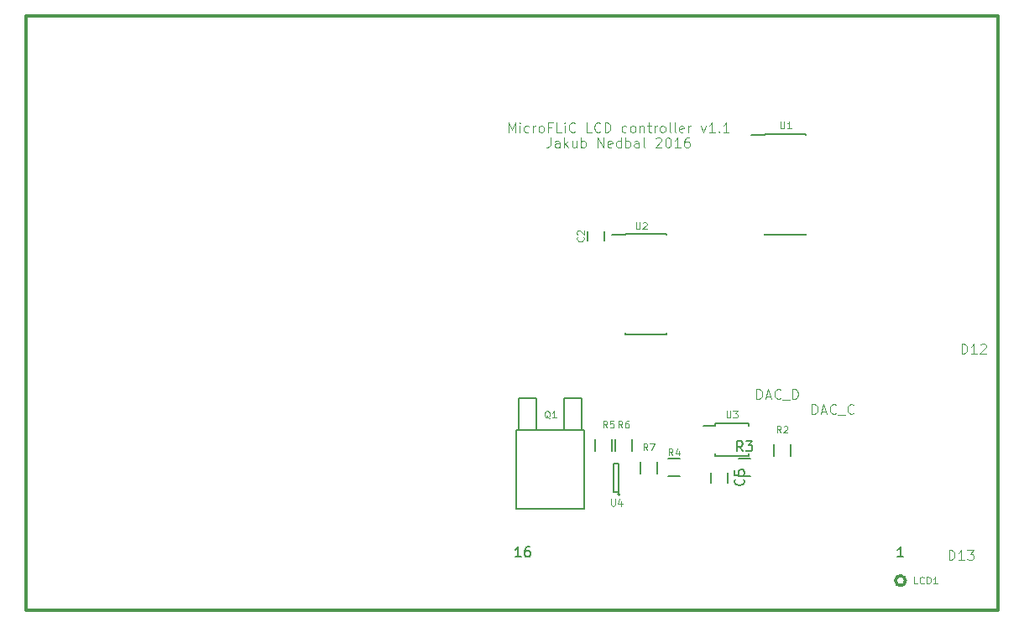
<source format=gto>
G04 #@! TF.FileFunction,Legend,Top*
%FSLAX46Y46*%
G04 Gerber Fmt 4.6, Leading zero omitted, Abs format (unit mm)*
G04 Created by KiCad (PCBNEW 4.0.2-4+6225~38~ubuntu14.04.1-stable) date Fri 18 Mar 2016 13:27:36 GMT*
%MOMM*%
G01*
G04 APERTURE LIST*
%ADD10C,0.100000*%
%ADD11C,0.120000*%
%ADD12C,0.150000*%
%ADD13C,0.350000*%
%ADD14C,0.110000*%
G04 APERTURE END LIST*
D10*
D11*
X128833714Y-134564381D02*
X128833714Y-133564381D01*
X129071809Y-133564381D01*
X129214667Y-133612000D01*
X129309905Y-133707238D01*
X129357524Y-133802476D01*
X129405143Y-133992952D01*
X129405143Y-134135810D01*
X129357524Y-134326286D01*
X129309905Y-134421524D01*
X129214667Y-134516762D01*
X129071809Y-134564381D01*
X128833714Y-134564381D01*
X130357524Y-134564381D02*
X129786095Y-134564381D01*
X130071809Y-134564381D02*
X130071809Y-133564381D01*
X129976571Y-133707238D01*
X129881333Y-133802476D01*
X129786095Y-133850095D01*
X130738476Y-133659619D02*
X130786095Y-133612000D01*
X130881333Y-133564381D01*
X131119429Y-133564381D01*
X131214667Y-133612000D01*
X131262286Y-133659619D01*
X131309905Y-133754857D01*
X131309905Y-133850095D01*
X131262286Y-133992952D01*
X130690857Y-134564381D01*
X131309905Y-134564381D01*
X127563714Y-155392381D02*
X127563714Y-154392381D01*
X127801809Y-154392381D01*
X127944667Y-154440000D01*
X128039905Y-154535238D01*
X128087524Y-154630476D01*
X128135143Y-154820952D01*
X128135143Y-154963810D01*
X128087524Y-155154286D01*
X128039905Y-155249524D01*
X127944667Y-155344762D01*
X127801809Y-155392381D01*
X127563714Y-155392381D01*
X129087524Y-155392381D02*
X128516095Y-155392381D01*
X128801809Y-155392381D02*
X128801809Y-154392381D01*
X128706571Y-154535238D01*
X128611333Y-154630476D01*
X128516095Y-154678095D01*
X129420857Y-154392381D02*
X130039905Y-154392381D01*
X129706571Y-154773333D01*
X129849429Y-154773333D01*
X129944667Y-154820952D01*
X129992286Y-154868571D01*
X130039905Y-154963810D01*
X130039905Y-155201905D01*
X129992286Y-155297143D01*
X129944667Y-155344762D01*
X129849429Y-155392381D01*
X129563714Y-155392381D01*
X129468476Y-155344762D01*
X129420857Y-155297143D01*
X83138760Y-112214381D02*
X83138760Y-111214381D01*
X83472094Y-111928667D01*
X83805427Y-111214381D01*
X83805427Y-112214381D01*
X84281617Y-112214381D02*
X84281617Y-111547714D01*
X84281617Y-111214381D02*
X84233998Y-111262000D01*
X84281617Y-111309619D01*
X84329236Y-111262000D01*
X84281617Y-111214381D01*
X84281617Y-111309619D01*
X85186379Y-112166762D02*
X85091141Y-112214381D01*
X84900664Y-112214381D01*
X84805426Y-112166762D01*
X84757807Y-112119143D01*
X84710188Y-112023905D01*
X84710188Y-111738190D01*
X84757807Y-111642952D01*
X84805426Y-111595333D01*
X84900664Y-111547714D01*
X85091141Y-111547714D01*
X85186379Y-111595333D01*
X85614950Y-112214381D02*
X85614950Y-111547714D01*
X85614950Y-111738190D02*
X85662569Y-111642952D01*
X85710188Y-111595333D01*
X85805426Y-111547714D01*
X85900665Y-111547714D01*
X86376855Y-112214381D02*
X86281617Y-112166762D01*
X86233998Y-112119143D01*
X86186379Y-112023905D01*
X86186379Y-111738190D01*
X86233998Y-111642952D01*
X86281617Y-111595333D01*
X86376855Y-111547714D01*
X86519713Y-111547714D01*
X86614951Y-111595333D01*
X86662570Y-111642952D01*
X86710189Y-111738190D01*
X86710189Y-112023905D01*
X86662570Y-112119143D01*
X86614951Y-112166762D01*
X86519713Y-112214381D01*
X86376855Y-112214381D01*
X87472094Y-111690571D02*
X87138760Y-111690571D01*
X87138760Y-112214381D02*
X87138760Y-111214381D01*
X87614951Y-111214381D01*
X88472094Y-112214381D02*
X87995903Y-112214381D01*
X87995903Y-111214381D01*
X88805427Y-112214381D02*
X88805427Y-111547714D01*
X88805427Y-111214381D02*
X88757808Y-111262000D01*
X88805427Y-111309619D01*
X88853046Y-111262000D01*
X88805427Y-111214381D01*
X88805427Y-111309619D01*
X89853046Y-112119143D02*
X89805427Y-112166762D01*
X89662570Y-112214381D01*
X89567332Y-112214381D01*
X89424474Y-112166762D01*
X89329236Y-112071524D01*
X89281617Y-111976286D01*
X89233998Y-111785810D01*
X89233998Y-111642952D01*
X89281617Y-111452476D01*
X89329236Y-111357238D01*
X89424474Y-111262000D01*
X89567332Y-111214381D01*
X89662570Y-111214381D01*
X89805427Y-111262000D01*
X89853046Y-111309619D01*
X91519713Y-112214381D02*
X91043522Y-112214381D01*
X91043522Y-111214381D01*
X92424475Y-112119143D02*
X92376856Y-112166762D01*
X92233999Y-112214381D01*
X92138761Y-112214381D01*
X91995903Y-112166762D01*
X91900665Y-112071524D01*
X91853046Y-111976286D01*
X91805427Y-111785810D01*
X91805427Y-111642952D01*
X91853046Y-111452476D01*
X91900665Y-111357238D01*
X91995903Y-111262000D01*
X92138761Y-111214381D01*
X92233999Y-111214381D01*
X92376856Y-111262000D01*
X92424475Y-111309619D01*
X92853046Y-112214381D02*
X92853046Y-111214381D01*
X93091141Y-111214381D01*
X93233999Y-111262000D01*
X93329237Y-111357238D01*
X93376856Y-111452476D01*
X93424475Y-111642952D01*
X93424475Y-111785810D01*
X93376856Y-111976286D01*
X93329237Y-112071524D01*
X93233999Y-112166762D01*
X93091141Y-112214381D01*
X92853046Y-112214381D01*
X95043523Y-112166762D02*
X94948285Y-112214381D01*
X94757808Y-112214381D01*
X94662570Y-112166762D01*
X94614951Y-112119143D01*
X94567332Y-112023905D01*
X94567332Y-111738190D01*
X94614951Y-111642952D01*
X94662570Y-111595333D01*
X94757808Y-111547714D01*
X94948285Y-111547714D01*
X95043523Y-111595333D01*
X95614951Y-112214381D02*
X95519713Y-112166762D01*
X95472094Y-112119143D01*
X95424475Y-112023905D01*
X95424475Y-111738190D01*
X95472094Y-111642952D01*
X95519713Y-111595333D01*
X95614951Y-111547714D01*
X95757809Y-111547714D01*
X95853047Y-111595333D01*
X95900666Y-111642952D01*
X95948285Y-111738190D01*
X95948285Y-112023905D01*
X95900666Y-112119143D01*
X95853047Y-112166762D01*
X95757809Y-112214381D01*
X95614951Y-112214381D01*
X96376856Y-111547714D02*
X96376856Y-112214381D01*
X96376856Y-111642952D02*
X96424475Y-111595333D01*
X96519713Y-111547714D01*
X96662571Y-111547714D01*
X96757809Y-111595333D01*
X96805428Y-111690571D01*
X96805428Y-112214381D01*
X97138761Y-111547714D02*
X97519713Y-111547714D01*
X97281618Y-111214381D02*
X97281618Y-112071524D01*
X97329237Y-112166762D01*
X97424475Y-112214381D01*
X97519713Y-112214381D01*
X97853047Y-112214381D02*
X97853047Y-111547714D01*
X97853047Y-111738190D02*
X97900666Y-111642952D01*
X97948285Y-111595333D01*
X98043523Y-111547714D01*
X98138762Y-111547714D01*
X98614952Y-112214381D02*
X98519714Y-112166762D01*
X98472095Y-112119143D01*
X98424476Y-112023905D01*
X98424476Y-111738190D01*
X98472095Y-111642952D01*
X98519714Y-111595333D01*
X98614952Y-111547714D01*
X98757810Y-111547714D01*
X98853048Y-111595333D01*
X98900667Y-111642952D01*
X98948286Y-111738190D01*
X98948286Y-112023905D01*
X98900667Y-112119143D01*
X98853048Y-112166762D01*
X98757810Y-112214381D01*
X98614952Y-112214381D01*
X99519714Y-112214381D02*
X99424476Y-112166762D01*
X99376857Y-112071524D01*
X99376857Y-111214381D01*
X100043524Y-112214381D02*
X99948286Y-112166762D01*
X99900667Y-112071524D01*
X99900667Y-111214381D01*
X100805430Y-112166762D02*
X100710192Y-112214381D01*
X100519715Y-112214381D01*
X100424477Y-112166762D01*
X100376858Y-112071524D01*
X100376858Y-111690571D01*
X100424477Y-111595333D01*
X100519715Y-111547714D01*
X100710192Y-111547714D01*
X100805430Y-111595333D01*
X100853049Y-111690571D01*
X100853049Y-111785810D01*
X100376858Y-111881048D01*
X101281620Y-112214381D02*
X101281620Y-111547714D01*
X101281620Y-111738190D02*
X101329239Y-111642952D01*
X101376858Y-111595333D01*
X101472096Y-111547714D01*
X101567335Y-111547714D01*
X102567335Y-111547714D02*
X102805430Y-112214381D01*
X103043526Y-111547714D01*
X103948288Y-112214381D02*
X103376859Y-112214381D01*
X103662573Y-112214381D02*
X103662573Y-111214381D01*
X103567335Y-111357238D01*
X103472097Y-111452476D01*
X103376859Y-111500095D01*
X104376859Y-112119143D02*
X104424478Y-112166762D01*
X104376859Y-112214381D01*
X104329240Y-112166762D01*
X104376859Y-112119143D01*
X104376859Y-112214381D01*
X105376859Y-112214381D02*
X104805430Y-112214381D01*
X105091144Y-112214381D02*
X105091144Y-111214381D01*
X104995906Y-111357238D01*
X104900668Y-111452476D01*
X104805430Y-111500095D01*
X87376857Y-112734381D02*
X87376857Y-113448667D01*
X87329237Y-113591524D01*
X87233999Y-113686762D01*
X87091142Y-113734381D01*
X86995904Y-113734381D01*
X88281619Y-113734381D02*
X88281619Y-113210571D01*
X88234000Y-113115333D01*
X88138762Y-113067714D01*
X87948285Y-113067714D01*
X87853047Y-113115333D01*
X88281619Y-113686762D02*
X88186381Y-113734381D01*
X87948285Y-113734381D01*
X87853047Y-113686762D01*
X87805428Y-113591524D01*
X87805428Y-113496286D01*
X87853047Y-113401048D01*
X87948285Y-113353429D01*
X88186381Y-113353429D01*
X88281619Y-113305810D01*
X88757809Y-113734381D02*
X88757809Y-112734381D01*
X88853047Y-113353429D02*
X89138762Y-113734381D01*
X89138762Y-113067714D02*
X88757809Y-113448667D01*
X89995905Y-113067714D02*
X89995905Y-113734381D01*
X89567333Y-113067714D02*
X89567333Y-113591524D01*
X89614952Y-113686762D01*
X89710190Y-113734381D01*
X89853048Y-113734381D01*
X89948286Y-113686762D01*
X89995905Y-113639143D01*
X90472095Y-113734381D02*
X90472095Y-112734381D01*
X90472095Y-113115333D02*
X90567333Y-113067714D01*
X90757810Y-113067714D01*
X90853048Y-113115333D01*
X90900667Y-113162952D01*
X90948286Y-113258190D01*
X90948286Y-113543905D01*
X90900667Y-113639143D01*
X90853048Y-113686762D01*
X90757810Y-113734381D01*
X90567333Y-113734381D01*
X90472095Y-113686762D01*
X92138762Y-113734381D02*
X92138762Y-112734381D01*
X92710191Y-113734381D01*
X92710191Y-112734381D01*
X93567334Y-113686762D02*
X93472096Y-113734381D01*
X93281619Y-113734381D01*
X93186381Y-113686762D01*
X93138762Y-113591524D01*
X93138762Y-113210571D01*
X93186381Y-113115333D01*
X93281619Y-113067714D01*
X93472096Y-113067714D01*
X93567334Y-113115333D01*
X93614953Y-113210571D01*
X93614953Y-113305810D01*
X93138762Y-113401048D01*
X94472096Y-113734381D02*
X94472096Y-112734381D01*
X94472096Y-113686762D02*
X94376858Y-113734381D01*
X94186381Y-113734381D01*
X94091143Y-113686762D01*
X94043524Y-113639143D01*
X93995905Y-113543905D01*
X93995905Y-113258190D01*
X94043524Y-113162952D01*
X94091143Y-113115333D01*
X94186381Y-113067714D01*
X94376858Y-113067714D01*
X94472096Y-113115333D01*
X94948286Y-113734381D02*
X94948286Y-112734381D01*
X94948286Y-113115333D02*
X95043524Y-113067714D01*
X95234001Y-113067714D01*
X95329239Y-113115333D01*
X95376858Y-113162952D01*
X95424477Y-113258190D01*
X95424477Y-113543905D01*
X95376858Y-113639143D01*
X95329239Y-113686762D01*
X95234001Y-113734381D01*
X95043524Y-113734381D01*
X94948286Y-113686762D01*
X96281620Y-113734381D02*
X96281620Y-113210571D01*
X96234001Y-113115333D01*
X96138763Y-113067714D01*
X95948286Y-113067714D01*
X95853048Y-113115333D01*
X96281620Y-113686762D02*
X96186382Y-113734381D01*
X95948286Y-113734381D01*
X95853048Y-113686762D01*
X95805429Y-113591524D01*
X95805429Y-113496286D01*
X95853048Y-113401048D01*
X95948286Y-113353429D01*
X96186382Y-113353429D01*
X96281620Y-113305810D01*
X96900667Y-113734381D02*
X96805429Y-113686762D01*
X96757810Y-113591524D01*
X96757810Y-112734381D01*
X97995906Y-112829619D02*
X98043525Y-112782000D01*
X98138763Y-112734381D01*
X98376859Y-112734381D01*
X98472097Y-112782000D01*
X98519716Y-112829619D01*
X98567335Y-112924857D01*
X98567335Y-113020095D01*
X98519716Y-113162952D01*
X97948287Y-113734381D01*
X98567335Y-113734381D01*
X99186382Y-112734381D02*
X99281621Y-112734381D01*
X99376859Y-112782000D01*
X99424478Y-112829619D01*
X99472097Y-112924857D01*
X99519716Y-113115333D01*
X99519716Y-113353429D01*
X99472097Y-113543905D01*
X99424478Y-113639143D01*
X99376859Y-113686762D01*
X99281621Y-113734381D01*
X99186382Y-113734381D01*
X99091144Y-113686762D01*
X99043525Y-113639143D01*
X98995906Y-113543905D01*
X98948287Y-113353429D01*
X98948287Y-113115333D01*
X98995906Y-112924857D01*
X99043525Y-112829619D01*
X99091144Y-112782000D01*
X99186382Y-112734381D01*
X100472097Y-113734381D02*
X99900668Y-113734381D01*
X100186382Y-113734381D02*
X100186382Y-112734381D01*
X100091144Y-112877238D01*
X99995906Y-112972476D01*
X99900668Y-113020095D01*
X101329240Y-112734381D02*
X101138763Y-112734381D01*
X101043525Y-112782000D01*
X100995906Y-112829619D01*
X100900668Y-112972476D01*
X100853049Y-113162952D01*
X100853049Y-113543905D01*
X100900668Y-113639143D01*
X100948287Y-113686762D01*
X101043525Y-113734381D01*
X101234002Y-113734381D01*
X101329240Y-113686762D01*
X101376859Y-113639143D01*
X101424478Y-113543905D01*
X101424478Y-113305810D01*
X101376859Y-113210571D01*
X101329240Y-113162952D01*
X101234002Y-113115333D01*
X101043525Y-113115333D01*
X100948287Y-113162952D01*
X100900668Y-113210571D01*
X100853049Y-113305810D01*
X113752571Y-140660381D02*
X113752571Y-139660381D01*
X113990666Y-139660381D01*
X114133524Y-139708000D01*
X114228762Y-139803238D01*
X114276381Y-139898476D01*
X114324000Y-140088952D01*
X114324000Y-140231810D01*
X114276381Y-140422286D01*
X114228762Y-140517524D01*
X114133524Y-140612762D01*
X113990666Y-140660381D01*
X113752571Y-140660381D01*
X114704952Y-140374667D02*
X115181143Y-140374667D01*
X114609714Y-140660381D02*
X114943047Y-139660381D01*
X115276381Y-140660381D01*
X116181143Y-140565143D02*
X116133524Y-140612762D01*
X115990667Y-140660381D01*
X115895429Y-140660381D01*
X115752571Y-140612762D01*
X115657333Y-140517524D01*
X115609714Y-140422286D01*
X115562095Y-140231810D01*
X115562095Y-140088952D01*
X115609714Y-139898476D01*
X115657333Y-139803238D01*
X115752571Y-139708000D01*
X115895429Y-139660381D01*
X115990667Y-139660381D01*
X116133524Y-139708000D01*
X116181143Y-139755619D01*
X116371619Y-140755619D02*
X117133524Y-140755619D01*
X117943048Y-140565143D02*
X117895429Y-140612762D01*
X117752572Y-140660381D01*
X117657334Y-140660381D01*
X117514476Y-140612762D01*
X117419238Y-140517524D01*
X117371619Y-140422286D01*
X117324000Y-140231810D01*
X117324000Y-140088952D01*
X117371619Y-139898476D01*
X117419238Y-139803238D01*
X117514476Y-139708000D01*
X117657334Y-139660381D01*
X117752572Y-139660381D01*
X117895429Y-139708000D01*
X117943048Y-139755619D01*
X108164571Y-139136381D02*
X108164571Y-138136381D01*
X108402666Y-138136381D01*
X108545524Y-138184000D01*
X108640762Y-138279238D01*
X108688381Y-138374476D01*
X108736000Y-138564952D01*
X108736000Y-138707810D01*
X108688381Y-138898286D01*
X108640762Y-138993524D01*
X108545524Y-139088762D01*
X108402666Y-139136381D01*
X108164571Y-139136381D01*
X109116952Y-138850667D02*
X109593143Y-138850667D01*
X109021714Y-139136381D02*
X109355047Y-138136381D01*
X109688381Y-139136381D01*
X110593143Y-139041143D02*
X110545524Y-139088762D01*
X110402667Y-139136381D01*
X110307429Y-139136381D01*
X110164571Y-139088762D01*
X110069333Y-138993524D01*
X110021714Y-138898286D01*
X109974095Y-138707810D01*
X109974095Y-138564952D01*
X110021714Y-138374476D01*
X110069333Y-138279238D01*
X110164571Y-138184000D01*
X110307429Y-138136381D01*
X110402667Y-138136381D01*
X110545524Y-138184000D01*
X110593143Y-138231619D01*
X110783619Y-139231619D02*
X111545524Y-139231619D01*
X111783619Y-139136381D02*
X111783619Y-138136381D01*
X112021714Y-138136381D01*
X112164572Y-138184000D01*
X112259810Y-138279238D01*
X112307429Y-138374476D01*
X112355048Y-138564952D01*
X112355048Y-138707810D01*
X112307429Y-138898286D01*
X112259810Y-138993524D01*
X112164572Y-139088762D01*
X112021714Y-139136381D01*
X111783619Y-139136381D01*
D12*
X111619000Y-143672000D02*
X111619000Y-144872000D01*
X109869000Y-144872000D02*
X109869000Y-143672000D01*
X103989000Y-141581000D02*
X103989000Y-141881000D01*
X107339000Y-141581000D02*
X107339000Y-141881000D01*
X107339000Y-144931000D02*
X107339000Y-144631000D01*
X103989000Y-144931000D02*
X103989000Y-144631000D01*
X103989000Y-141581000D02*
X107339000Y-141581000D01*
X103989000Y-144931000D02*
X107339000Y-144931000D01*
X103989000Y-141881000D02*
X102764000Y-141881000D01*
X94380000Y-148766000D02*
G75*
G03X94380000Y-148766000I-100000J0D01*
G01*
X93730000Y-148516000D02*
X94230000Y-148516000D01*
X93730000Y-145616000D02*
X93730000Y-148516000D01*
X94230000Y-145616000D02*
X93730000Y-145616000D01*
X94230000Y-148516000D02*
X94230000Y-145616000D01*
X92798000Y-123166000D02*
X92798000Y-122166000D01*
X91098000Y-122166000D02*
X91098000Y-123166000D01*
X109017000Y-112400000D02*
X109017000Y-112505000D01*
X113167000Y-112400000D02*
X113167000Y-112505000D01*
X113167000Y-122550000D02*
X113167000Y-122445000D01*
X109017000Y-122550000D02*
X109017000Y-122445000D01*
X109017000Y-112400000D02*
X113167000Y-112400000D01*
X109017000Y-122550000D02*
X113167000Y-122550000D01*
X109017000Y-112505000D02*
X107642000Y-112505000D01*
X94953000Y-122433000D02*
X94953000Y-122538000D01*
X99103000Y-122433000D02*
X99103000Y-122538000D01*
X99103000Y-132583000D02*
X99103000Y-132478000D01*
X94953000Y-132583000D02*
X94953000Y-132478000D01*
X94953000Y-122433000D02*
X99103000Y-122433000D01*
X94953000Y-132583000D02*
X99103000Y-132583000D01*
X94953000Y-122538000D02*
X93578000Y-122538000D01*
D13*
X123182000Y-157480000D02*
G75*
G03X123182000Y-157480000I-500000J0D01*
G01*
X34482000Y-100480000D02*
X132482000Y-100480000D01*
X132482000Y-160480000D02*
X132482000Y-100480000D01*
X34482000Y-160480000D02*
X132482000Y-160480000D01*
X34482000Y-100480000D02*
X34482000Y-160480000D01*
D12*
X105244000Y-147566000D02*
X105244000Y-146566000D01*
X103544000Y-146566000D02*
X103544000Y-147566000D01*
X85979000Y-142240000D02*
X85979000Y-139065000D01*
X85979000Y-139065000D02*
X84201000Y-139065000D01*
X84201000Y-139065000D02*
X84201000Y-142240000D01*
X90551000Y-142240000D02*
X90551000Y-139065000D01*
X90551000Y-139065000D02*
X88773000Y-139065000D01*
X88773000Y-139065000D02*
X88773000Y-142240000D01*
X83947000Y-148336000D02*
X83947000Y-142240000D01*
X83947000Y-142240000D02*
X90805000Y-142240000D01*
X90805000Y-142240000D02*
X90805000Y-150114000D01*
X90805000Y-150241000D02*
X83947000Y-150241000D01*
X83947000Y-150114000D02*
X83947000Y-148336000D01*
X107534000Y-146925000D02*
X106334000Y-146925000D01*
X106334000Y-145175000D02*
X107534000Y-145175000D01*
X100422000Y-146925000D02*
X99222000Y-146925000D01*
X99222000Y-145175000D02*
X100422000Y-145175000D01*
X95617000Y-143164000D02*
X95617000Y-144364000D01*
X93867000Y-144364000D02*
X93867000Y-143164000D01*
X91835000Y-144364000D02*
X91835000Y-143164000D01*
X93585000Y-143164000D02*
X93585000Y-144364000D01*
X96407000Y-146650000D02*
X96407000Y-145450000D01*
X98157000Y-145450000D02*
X98157000Y-146650000D01*
D14*
X110627334Y-142556667D02*
X110394000Y-142223333D01*
X110227334Y-142556667D02*
X110227334Y-141856667D01*
X110494000Y-141856667D01*
X110560667Y-141890000D01*
X110594000Y-141923333D01*
X110627334Y-141990000D01*
X110627334Y-142090000D01*
X110594000Y-142156667D01*
X110560667Y-142190000D01*
X110494000Y-142223333D01*
X110227334Y-142223333D01*
X110894000Y-141923333D02*
X110927334Y-141890000D01*
X110994000Y-141856667D01*
X111160667Y-141856667D01*
X111227334Y-141890000D01*
X111260667Y-141923333D01*
X111294000Y-141990000D01*
X111294000Y-142056667D01*
X111260667Y-142156667D01*
X110860667Y-142556667D01*
X111294000Y-142556667D01*
X105130667Y-140332667D02*
X105130667Y-140899333D01*
X105164000Y-140966000D01*
X105197333Y-140999333D01*
X105264000Y-141032667D01*
X105397333Y-141032667D01*
X105464000Y-140999333D01*
X105497333Y-140966000D01*
X105530667Y-140899333D01*
X105530667Y-140332667D01*
X105797333Y-140332667D02*
X106230666Y-140332667D01*
X105997333Y-140599333D01*
X106097333Y-140599333D01*
X106164000Y-140632667D01*
X106197333Y-140666000D01*
X106230666Y-140732667D01*
X106230666Y-140899333D01*
X106197333Y-140966000D01*
X106164000Y-140999333D01*
X106097333Y-141032667D01*
X105897333Y-141032667D01*
X105830666Y-140999333D01*
X105797333Y-140966000D01*
X93496667Y-149232667D02*
X93496667Y-149799333D01*
X93530000Y-149866000D01*
X93563333Y-149899333D01*
X93630000Y-149932667D01*
X93763333Y-149932667D01*
X93830000Y-149899333D01*
X93863333Y-149866000D01*
X93896667Y-149799333D01*
X93896667Y-149232667D01*
X94530000Y-149466000D02*
X94530000Y-149932667D01*
X94363333Y-149199333D02*
X94196666Y-149699333D01*
X94630000Y-149699333D01*
X90674000Y-122782666D02*
X90707333Y-122816000D01*
X90740667Y-122916000D01*
X90740667Y-122982666D01*
X90707333Y-123082666D01*
X90640667Y-123149333D01*
X90574000Y-123182666D01*
X90440667Y-123216000D01*
X90340667Y-123216000D01*
X90207333Y-123182666D01*
X90140667Y-123149333D01*
X90074000Y-123082666D01*
X90040667Y-122982666D01*
X90040667Y-122916000D01*
X90074000Y-122816000D01*
X90107333Y-122782666D01*
X90107333Y-122516000D02*
X90074000Y-122482666D01*
X90040667Y-122416000D01*
X90040667Y-122249333D01*
X90074000Y-122182666D01*
X90107333Y-122149333D01*
X90174000Y-122116000D01*
X90240667Y-122116000D01*
X90340667Y-122149333D01*
X90740667Y-122549333D01*
X90740667Y-122116000D01*
X110558667Y-111091667D02*
X110558667Y-111658333D01*
X110592000Y-111725000D01*
X110625333Y-111758333D01*
X110692000Y-111791667D01*
X110825333Y-111791667D01*
X110892000Y-111758333D01*
X110925333Y-111725000D01*
X110958667Y-111658333D01*
X110958667Y-111091667D01*
X111658666Y-111791667D02*
X111258666Y-111791667D01*
X111458666Y-111791667D02*
X111458666Y-111091667D01*
X111392000Y-111191667D01*
X111325333Y-111258333D01*
X111258666Y-111291667D01*
X95986667Y-121282667D02*
X95986667Y-121849333D01*
X96020000Y-121916000D01*
X96053333Y-121949333D01*
X96120000Y-121982667D01*
X96253333Y-121982667D01*
X96320000Y-121949333D01*
X96353333Y-121916000D01*
X96386667Y-121849333D01*
X96386667Y-121282667D01*
X96686666Y-121349333D02*
X96720000Y-121316000D01*
X96786666Y-121282667D01*
X96953333Y-121282667D01*
X97020000Y-121316000D01*
X97053333Y-121349333D01*
X97086666Y-121416000D01*
X97086666Y-121482667D01*
X97053333Y-121582667D01*
X96653333Y-121982667D01*
X97086666Y-121982667D01*
X124405333Y-157796667D02*
X124072000Y-157796667D01*
X124072000Y-157096667D01*
X125038667Y-157730000D02*
X125005333Y-157763333D01*
X124905333Y-157796667D01*
X124838667Y-157796667D01*
X124738667Y-157763333D01*
X124672000Y-157696667D01*
X124638667Y-157630000D01*
X124605333Y-157496667D01*
X124605333Y-157396667D01*
X124638667Y-157263333D01*
X124672000Y-157196667D01*
X124738667Y-157130000D01*
X124838667Y-157096667D01*
X124905333Y-157096667D01*
X125005333Y-157130000D01*
X125038667Y-157163333D01*
X125338667Y-157796667D02*
X125338667Y-157096667D01*
X125505333Y-157096667D01*
X125605333Y-157130000D01*
X125672000Y-157196667D01*
X125705333Y-157263333D01*
X125738667Y-157396667D01*
X125738667Y-157496667D01*
X125705333Y-157630000D01*
X125672000Y-157696667D01*
X125605333Y-157763333D01*
X125505333Y-157796667D01*
X125338667Y-157796667D01*
X126405333Y-157796667D02*
X126005333Y-157796667D01*
X126205333Y-157796667D02*
X126205333Y-157096667D01*
X126138667Y-157196667D01*
X126072000Y-157263333D01*
X126005333Y-157296667D01*
D12*
X122967715Y-155062381D02*
X122396286Y-155062381D01*
X122682000Y-155062381D02*
X122682000Y-154062381D01*
X122586762Y-154205238D01*
X122491524Y-154300476D01*
X122396286Y-154348095D01*
X84391524Y-155062381D02*
X83820095Y-155062381D01*
X84105809Y-155062381D02*
X84105809Y-154062381D01*
X84010571Y-154205238D01*
X83915333Y-154300476D01*
X83820095Y-154348095D01*
X85248667Y-154062381D02*
X85058190Y-154062381D01*
X84962952Y-154110000D01*
X84915333Y-154157619D01*
X84820095Y-154300476D01*
X84772476Y-154490952D01*
X84772476Y-154871905D01*
X84820095Y-154967143D01*
X84867714Y-155014762D01*
X84962952Y-155062381D01*
X85153429Y-155062381D01*
X85248667Y-155014762D01*
X85296286Y-154967143D01*
X85343905Y-154871905D01*
X85343905Y-154633810D01*
X85296286Y-154538571D01*
X85248667Y-154490952D01*
X85153429Y-154443333D01*
X84962952Y-154443333D01*
X84867714Y-154490952D01*
X84820095Y-154538571D01*
X84772476Y-154633810D01*
X106851143Y-147232666D02*
X106898762Y-147280285D01*
X106946381Y-147423142D01*
X106946381Y-147518380D01*
X106898762Y-147661238D01*
X106803524Y-147756476D01*
X106708286Y-147804095D01*
X106517810Y-147851714D01*
X106374952Y-147851714D01*
X106184476Y-147804095D01*
X106089238Y-147756476D01*
X105994000Y-147661238D01*
X105946381Y-147518380D01*
X105946381Y-147423142D01*
X105994000Y-147280285D01*
X106041619Y-147232666D01*
X105946381Y-146327904D02*
X105946381Y-146804095D01*
X106422571Y-146851714D01*
X106374952Y-146804095D01*
X106327333Y-146708857D01*
X106327333Y-146470761D01*
X106374952Y-146375523D01*
X106422571Y-146327904D01*
X106517810Y-146280285D01*
X106755905Y-146280285D01*
X106851143Y-146327904D01*
X106898762Y-146375523D01*
X106946381Y-146470761D01*
X106946381Y-146708857D01*
X106898762Y-146804095D01*
X106851143Y-146851714D01*
D14*
X87309333Y-141099333D02*
X87242667Y-141066000D01*
X87176000Y-140999333D01*
X87076000Y-140899333D01*
X87009333Y-140866000D01*
X86942667Y-140866000D01*
X86976000Y-141032667D02*
X86909333Y-140999333D01*
X86842667Y-140932667D01*
X86809333Y-140799333D01*
X86809333Y-140566000D01*
X86842667Y-140432667D01*
X86909333Y-140366000D01*
X86976000Y-140332667D01*
X87109333Y-140332667D01*
X87176000Y-140366000D01*
X87242667Y-140432667D01*
X87276000Y-140566000D01*
X87276000Y-140799333D01*
X87242667Y-140932667D01*
X87176000Y-140999333D01*
X87109333Y-141032667D01*
X86976000Y-141032667D01*
X87942666Y-141032667D02*
X87542666Y-141032667D01*
X87742666Y-141032667D02*
X87742666Y-140332667D01*
X87676000Y-140432667D01*
X87609333Y-140499333D01*
X87542666Y-140532667D01*
D12*
X106767334Y-144402381D02*
X106434000Y-143926190D01*
X106195905Y-144402381D02*
X106195905Y-143402381D01*
X106576858Y-143402381D01*
X106672096Y-143450000D01*
X106719715Y-143497619D01*
X106767334Y-143592857D01*
X106767334Y-143735714D01*
X106719715Y-143830952D01*
X106672096Y-143878571D01*
X106576858Y-143926190D01*
X106195905Y-143926190D01*
X107100667Y-143402381D02*
X107719715Y-143402381D01*
X107386381Y-143783333D01*
X107529239Y-143783333D01*
X107624477Y-143830952D01*
X107672096Y-143878571D01*
X107719715Y-143973810D01*
X107719715Y-144211905D01*
X107672096Y-144307143D01*
X107624477Y-144354762D01*
X107529239Y-144402381D01*
X107243524Y-144402381D01*
X107148286Y-144354762D01*
X107100667Y-144307143D01*
D14*
X99705334Y-144842667D02*
X99472000Y-144509333D01*
X99305334Y-144842667D02*
X99305334Y-144142667D01*
X99572000Y-144142667D01*
X99638667Y-144176000D01*
X99672000Y-144209333D01*
X99705334Y-144276000D01*
X99705334Y-144376000D01*
X99672000Y-144442667D01*
X99638667Y-144476000D01*
X99572000Y-144509333D01*
X99305334Y-144509333D01*
X100305334Y-144376000D02*
X100305334Y-144842667D01*
X100138667Y-144109333D02*
X99972000Y-144609333D01*
X100405334Y-144609333D01*
X93101334Y-142048667D02*
X92868000Y-141715333D01*
X92701334Y-142048667D02*
X92701334Y-141348667D01*
X92968000Y-141348667D01*
X93034667Y-141382000D01*
X93068000Y-141415333D01*
X93101334Y-141482000D01*
X93101334Y-141582000D01*
X93068000Y-141648667D01*
X93034667Y-141682000D01*
X92968000Y-141715333D01*
X92701334Y-141715333D01*
X93734667Y-141348667D02*
X93401334Y-141348667D01*
X93368000Y-141682000D01*
X93401334Y-141648667D01*
X93468000Y-141615333D01*
X93634667Y-141615333D01*
X93701334Y-141648667D01*
X93734667Y-141682000D01*
X93768000Y-141748667D01*
X93768000Y-141915333D01*
X93734667Y-141982000D01*
X93701334Y-142015333D01*
X93634667Y-142048667D01*
X93468000Y-142048667D01*
X93401334Y-142015333D01*
X93368000Y-141982000D01*
X94625334Y-142048667D02*
X94392000Y-141715333D01*
X94225334Y-142048667D02*
X94225334Y-141348667D01*
X94492000Y-141348667D01*
X94558667Y-141382000D01*
X94592000Y-141415333D01*
X94625334Y-141482000D01*
X94625334Y-141582000D01*
X94592000Y-141648667D01*
X94558667Y-141682000D01*
X94492000Y-141715333D01*
X94225334Y-141715333D01*
X95225334Y-141348667D02*
X95092000Y-141348667D01*
X95025334Y-141382000D01*
X94992000Y-141415333D01*
X94925334Y-141515333D01*
X94892000Y-141648667D01*
X94892000Y-141915333D01*
X94925334Y-141982000D01*
X94958667Y-142015333D01*
X95025334Y-142048667D01*
X95158667Y-142048667D01*
X95225334Y-142015333D01*
X95258667Y-141982000D01*
X95292000Y-141915333D01*
X95292000Y-141748667D01*
X95258667Y-141682000D01*
X95225334Y-141648667D01*
X95158667Y-141615333D01*
X95025334Y-141615333D01*
X94958667Y-141648667D01*
X94925334Y-141682000D01*
X94892000Y-141748667D01*
X97165334Y-144334667D02*
X96932000Y-144001333D01*
X96765334Y-144334667D02*
X96765334Y-143634667D01*
X97032000Y-143634667D01*
X97098667Y-143668000D01*
X97132000Y-143701333D01*
X97165334Y-143768000D01*
X97165334Y-143868000D01*
X97132000Y-143934667D01*
X97098667Y-143968000D01*
X97032000Y-144001333D01*
X96765334Y-144001333D01*
X97398667Y-143634667D02*
X97865334Y-143634667D01*
X97565334Y-144334667D01*
M02*

</source>
